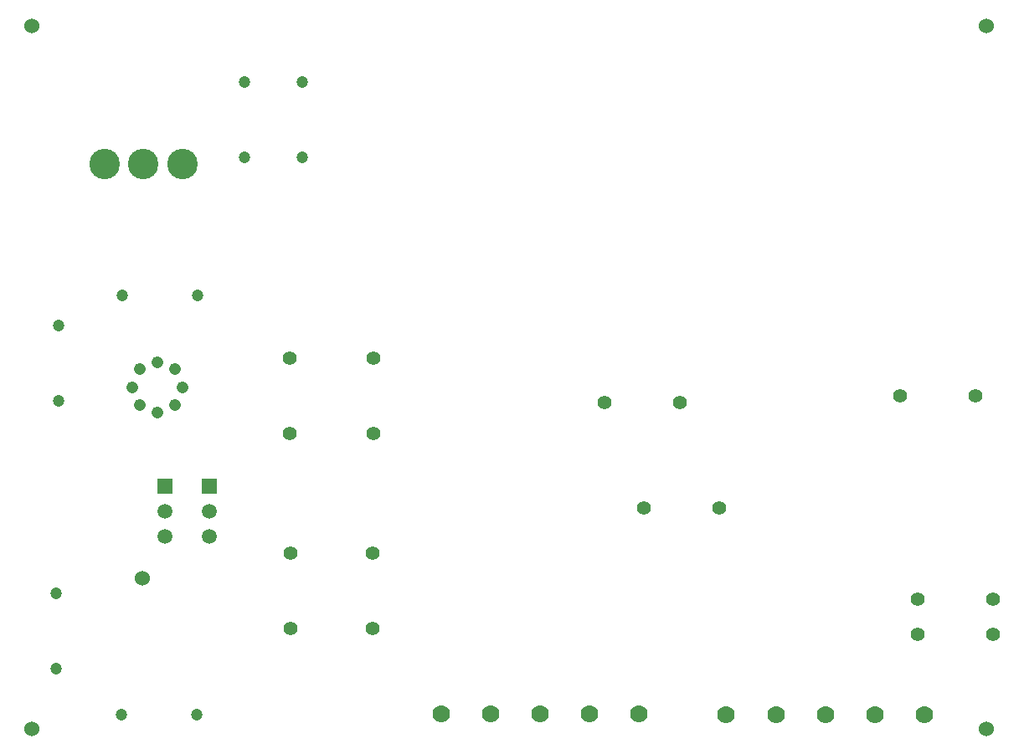
<source format=gbr>
%TF.GenerationSoftware,Altium Limited,Altium Designer,19.1.9 (167)*%
G04 Layer_Color=255*
%FSLAX26Y26*%
%MOIN*%
%TF.FileFunction,Pads,Bot*%
%TF.Part,Single*%
G01*
G75*
%TA.AperFunction,ComponentPad*%
%ADD25C,0.121260*%
%ADD26C,0.055118*%
%TA.AperFunction,ViaPad*%
%ADD27C,0.060000*%
%TA.AperFunction,ComponentPad*%
%ADD28R,0.059055X0.059055*%
%ADD29C,0.059055*%
%ADD30C,0.047244*%
%ADD31C,0.070000*%
%ADD32C,0.047560*%
%TA.AperFunction,WasherPad*%
%ADD33C,0.060000*%
D25*
X388189Y2350000D02*
D03*
X544095D02*
D03*
X700000D02*
D03*
D26*
X2835000Y980000D02*
D03*
X2535000D02*
D03*
X2380000Y1400000D02*
D03*
X2680000D02*
D03*
X3555000Y1425000D02*
D03*
X3855000D02*
D03*
X3625000Y615000D02*
D03*
X3925000D02*
D03*
Y475000D02*
D03*
X3625000D02*
D03*
X1460000Y1575000D02*
D03*
Y1275000D02*
D03*
X1455000Y800000D02*
D03*
Y500000D02*
D03*
X1125000Y1575000D02*
D03*
Y1275000D02*
D03*
X1130000Y800000D02*
D03*
Y500000D02*
D03*
D27*
X540000Y700000D02*
D03*
D28*
X805000Y1065000D02*
D03*
X630000D02*
D03*
D29*
X805000Y965000D02*
D03*
Y865000D02*
D03*
X630000Y965000D02*
D03*
Y865000D02*
D03*
D30*
X755000Y155000D02*
D03*
X455000D02*
D03*
X195000Y640000D02*
D03*
Y340000D02*
D03*
X945000Y2375000D02*
D03*
Y2675000D02*
D03*
X1175000Y2375000D02*
D03*
Y2675000D02*
D03*
X760000Y1825000D02*
D03*
X460000D02*
D03*
X205000Y1405000D02*
D03*
Y1705000D02*
D03*
D31*
X3258150Y155000D02*
D03*
X3455000D02*
D03*
X3651850D02*
D03*
X3061300D02*
D03*
X2864450D02*
D03*
X2121850Y160000D02*
D03*
X1925000D02*
D03*
X1728150D02*
D03*
X2318700D02*
D03*
X2515550D02*
D03*
D32*
X529290Y1389290D02*
D03*
X670710D02*
D03*
Y1530710D02*
D03*
X529290D02*
D03*
X500000Y1460000D02*
D03*
X700000D02*
D03*
X600000Y1560000D02*
D03*
Y1360000D02*
D03*
D33*
X3900000Y100000D02*
D03*
Y2900000D02*
D03*
X100000Y100000D02*
D03*
Y2900000D02*
D03*
%TF.MD5,ceb87aa3663cdf701c118406750694fe*%
M02*

</source>
